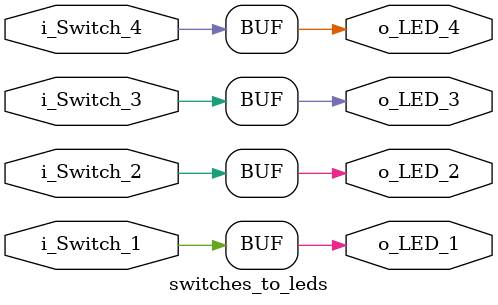
<source format=v>
module switches_to_leds (
	input	i_Switch_1,
	input	i_Switch_2,
	input	i_Switch_3,
	input	i_Switch_4,
	output	o_LED_1,
	output	o_LED_2,
	output	o_LED_3,
	output	o_LED_4);

	assign o_LED_1 = i_Switch_1;
	assign o_LED_2 = i_Switch_2;
	assign o_LED_3 = i_Switch_3;
	assign o_LED_4 = i_Switch_4;

endmodule

</source>
